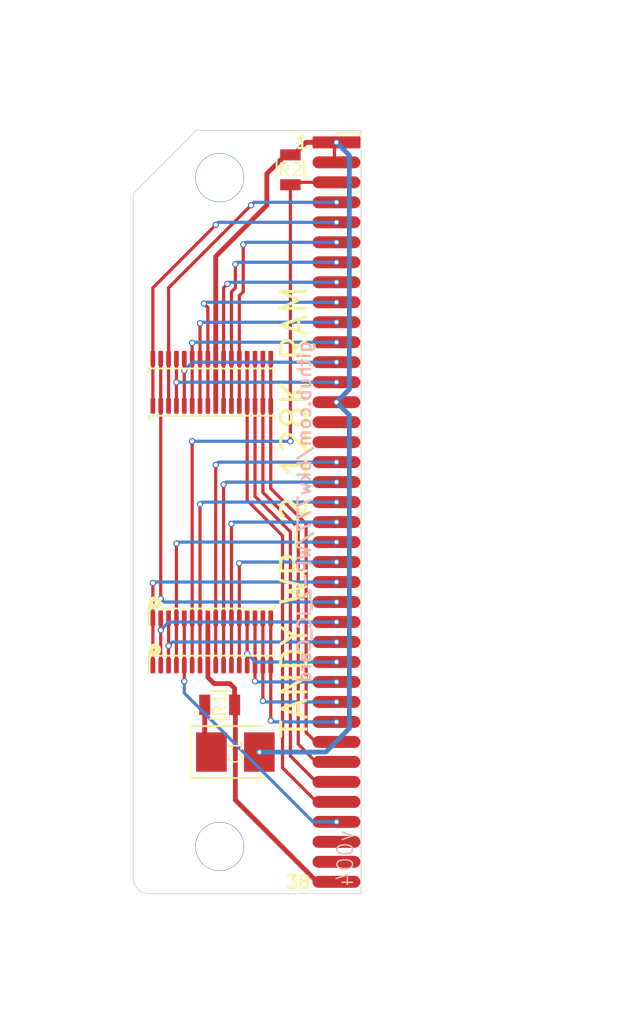
<source format=kicad_pcb>
(kicad_pcb (version 20171130) (host pcbnew 5.1.6-c6e7f7d~87~ubuntu20.04.1)

  (general
    (thickness 0.8)
    (drawings 29)
    (tracks 202)
    (zones 0)
    (modules 8)
    (nets 35)
  )

  (page USLetter)
  (title_block
    (title "WP-2 128K RAM IC-Card")
    (date 2020-09-26)
    (company "Brian K. White - b.kenyon.w@gmail.com")
  )

  (layers
    (0 F.Cu signal)
    (31 B.Cu signal)
    (33 F.Adhes user)
    (35 F.Paste user)
    (36 B.SilkS user)
    (37 F.SilkS user)
    (38 B.Mask user)
    (39 F.Mask user)
    (40 Dwgs.User user)
    (41 Cmts.User user hide)
    (42 Eco1.User user hide)
    (43 Eco2.User user hide)
    (44 Edge.Cuts user)
    (45 Margin user hide)
    (46 B.CrtYd user hide)
    (47 F.CrtYd user hide)
    (49 F.Fab user hide)
  )

  (setup
    (last_trace_width 0.254)
    (user_trace_width 0.1524)
    (user_trace_width 0.1778)
    (user_trace_width 0.2032)
    (user_trace_width 0.3048)
    (user_trace_width 0.508)
    (trace_clearance 0.1524)
    (zone_clearance 0.16)
    (zone_45_only no)
    (trace_min 0.1524)
    (via_size 0.4064)
    (via_drill 0.254)
    (via_min_size 0.4064)
    (via_min_drill 0.254)
    (uvia_size 0.4064)
    (uvia_drill 0.254)
    (uvias_allowed no)
    (uvia_min_size 0.4064)
    (uvia_min_drill 0.254)
    (edge_width 0.05)
    (segment_width 0.2)
    (pcb_text_width 0.3)
    (pcb_text_size 1.5 1.5)
    (mod_edge_width 0.12)
    (mod_text_size 1 1)
    (mod_text_width 0.15)
    (pad_size 0.3 1)
    (pad_drill 0)
    (pad_to_mask_clearance 0)
    (aux_axis_origin 158.75 99.695)
    (grid_origin 158.75 99.695)
    (visible_elements FFFFFF7F)
    (pcbplotparams
      (layerselection 0x010f0_ffffffff)
      (usegerberextensions false)
      (usegerberattributes true)
      (usegerberadvancedattributes true)
      (creategerberjobfile true)
      (excludeedgelayer true)
      (linewidth 0.100000)
      (plotframeref false)
      (viasonmask false)
      (mode 1)
      (useauxorigin false)
      (hpglpennumber 1)
      (hpglpenspeed 20)
      (hpglpendiameter 15.000000)
      (psnegative false)
      (psa4output false)
      (plotreference true)
      (plotvalue true)
      (plotinvisibletext false)
      (padsonsilk false)
      (subtractmaskfromsilk false)
      (outputformat 1)
      (mirror false)
      (drillshape 0)
      (scaleselection 1)
      (outputdirectory "GERBER"))
  )

  (net 0 "")
  (net 1 GND)
  (net 2 /CE2)
  (net 3 /~CE1)
  (net 4 /~OE)
  (net 5 /D0)
  (net 6 /D1)
  (net 7 /D2)
  (net 8 /D3)
  (net 9 /D4)
  (net 10 /D5)
  (net 11 /D6)
  (net 12 /D7)
  (net 13 /A16)
  (net 14 /A15)
  (net 15 /A14)
  (net 16 /A13)
  (net 17 /A12)
  (net 18 /A11)
  (net 19 /A10)
  (net 20 /A9)
  (net 21 /A8)
  (net 22 /A7)
  (net 23 /A6)
  (net 24 /A5)
  (net 25 /A4)
  (net 26 /A3)
  (net 27 /A2)
  (net 28 /A1)
  (net 29 /A0)
  (net 30 /R~W)
  (net 31 VDD)
  (net 32 /~DET)
  (net 33 "Net-(C1-Pad1)")
  (net 34 /A17)

  (net_class Default "This is the default net class."
    (clearance 0.1524)
    (trace_width 0.254)
    (via_dia 0.4064)
    (via_drill 0.254)
    (uvia_dia 0.4064)
    (uvia_drill 0.254)
    (diff_pair_width 0.1524)
    (diff_pair_gap 0.2032)
    (add_net /A0)
    (add_net /A1)
    (add_net /A10)
    (add_net /A11)
    (add_net /A12)
    (add_net /A13)
    (add_net /A14)
    (add_net /A15)
    (add_net /A16)
    (add_net /A17)
    (add_net /A2)
    (add_net /A3)
    (add_net /A4)
    (add_net /A5)
    (add_net /A6)
    (add_net /A7)
    (add_net /A8)
    (add_net /A9)
    (add_net /BCHK)
    (add_net /CE2)
    (add_net /D0)
    (add_net /D1)
    (add_net /D2)
    (add_net /D3)
    (add_net /D4)
    (add_net /D5)
    (add_net /D6)
    (add_net /D7)
    (add_net /R~W)
    (add_net /~CE1)
    (add_net /~DET)
    (add_net /~OE)
    (add_net GND)
    (add_net "Net-(C1-Pad1)")
    (add_net "Net-(J1-Pad15)")
    (add_net "Net-(J1-Pad16)")
    (add_net "Net-(J1-Pad36)")
    (add_net VDD)
  )

  (module 0_LOCAL:WP-2_IC_Card_Carrier_v004 (layer F.Cu) (tedit 5F7AD478) (tstamp 5F76679F)
    (at 158.75 99.695)
    (attr virtual)
    (fp_text reference Carrier (at 0 -2 270) (layer Dwgs.User) hide
      (effects (font (size 4 4) (thickness 0.12)))
    )
    (fp_text value WP-2_IC_Card_Carrier_v004 (at 0 2 270) (layer F.Fab)
      (effects (font (size 4 4) (thickness 0.01)))
    )
    (fp_arc (start -4 22.5) (end -4 23.5) (angle -90) (layer Dwgs.User) (width 0.12))
    (fp_arc (start -5.5 22.5) (end -6.5 22.5) (angle -90) (layer Dwgs.User) (width 0.12))
    (fp_arc (start -12.75 17.75) (end -13.75 17.75) (angle -90) (layer Dwgs.User) (width 0.12))
    (fp_arc (start -4 -22.5) (end -3 -22.5) (angle -90) (layer Dwgs.User) (width 0.12))
    (fp_arc (start -5.5 -22.5) (end -5.5 -23.5) (angle -90) (layer Dwgs.User) (width 0.12))
    (fp_arc (start -12.75 -17.75) (end -12.75 -18.75) (angle -90) (layer Dwgs.User) (width 0.12))
    (fp_arc (start -9 -21.25) (end -9 -18.75) (angle -90) (layer Dwgs.User) (width 0.12))
    (fp_arc (start -9 21.25) (end -6.5 21.25) (angle -90) (layer Dwgs.User) (width 0.12))
    (fp_line (start -3 22.5) (end -3 -22.5) (layer Dwgs.User) (width 0.12))
    (fp_line (start -13.75 -17.75) (end -13.75 17.75) (layer Dwgs.User) (width 0.12))
    (fp_line (start -5.5 23.5) (end -4 23.5) (layer Dwgs.User) (width 0.12))
    (fp_line (start 0 24.25) (end 0 -24.25) (layer Dwgs.User) (width 0.12))
    (fp_line (start -4 -23.5) (end -5.5 -23.5) (layer Dwgs.User) (width 0.12))
    (fp_line (start -12.75 -18.75) (end -9 -18.75) (layer Dwgs.User) (width 0.12))
    (fp_line (start -6.5 -22.5) (end -6.5 -21.25) (layer Dwgs.User) (width 0.12))
    (fp_line (start -6.5 22.5) (end -6.5 21.25) (layer Dwgs.User) (width 0.12))
    (fp_line (start -9 18.75) (end -12.75 18.75) (layer Dwgs.User) (width 0.12))
    (fp_line (start 0 24.25) (end -14.5 24.25) (layer Dwgs.User) (width 0.12))
    (fp_line (start -14.5 24.25) (end -14.5 -20.25) (layer Dwgs.User) (width 0.12))
    (fp_line (start -10.5 -24.25) (end 0 -24.25) (layer Dwgs.User) (width 0.12))
    (fp_line (start -14.5 -20.25) (end -10.5 -24.25) (layer Dwgs.User) (width 0.12))
    (pad "" np_thru_hole circle (at -9 21.25 180) (size 3.1 3.1) (drill 3.05) (layers *.Cu *.Mask))
    (pad "" np_thru_hole circle (at -9 -21.25 180) (size 3.1 3.1) (drill 3.05) (layers *.Cu *.Mask))
    (model /home/bkw/src/WP-2_IC_Card/Carrier/WP-2_IC_Card_Carrier_v004.step
      (offset (xyz 0 0 1.8))
      (scale (xyz 1 1 1))
      (rotate (xyz 0 180 -90))
    )
  )

  (module 0_LOCAL:SMS-138-01-x-x_edge (layer F.Cu) (tedit 5F7AC44E) (tstamp 5F74043C)
    (at 158.75 99.695)
    (descr "Through hole straight socket strip, 1x38, 1.27mm pitch, single row")
    (tags "Through hole socket strip THT 1x38 1.27mm single row")
    (path /5F6EF0A3)
    (attr smd)
    (fp_text reference J1 (at -2.286 -24.892) (layer F.SilkS) hide
      (effects (font (size 1 1) (thickness 0.15)))
    )
    (fp_text value Conn_01x38_Female (at -4.491 -0.381 -90) (layer F.Fab)
      (effects (font (size 1 1) (thickness 0.15)))
    )
    (fp_text user %R (at -2.286 -24.892) (layer F.Fab)
      (effects (font (size 1 1) (thickness 0.15)))
    )
    (fp_line (start -0.127 -24.0665) (end -1.524 -24.0665) (layer F.SilkS) (width 0.12))
    (fp_line (start -0.127 -24.0665) (end -0.127 -23.9395) (layer F.SilkS) (width 0.12))
    (pad 1 smd roundrect (at -1.57 -23.495) (size 3.048 0.762) (layers F.Cu F.Paste F.Mask) (roundrect_rratio 0.1)
      (net 1 GND))
    (pad 2 smd oval (at -1.57 -22.225) (size 3.048 0.762) (layers F.Cu F.Paste F.Mask)
      (net 32 /~DET))
    (pad 3 smd oval (at -1.57 -20.955) (size 3.048 0.762) (layers F.Cu F.Paste F.Mask)
      (net 2 /CE2))
    (pad 4 smd oval (at -1.57 -19.685) (size 3.048 0.762) (layers F.Cu F.Paste F.Mask)
      (net 3 /~CE1))
    (pad 5 smd oval (at -1.57 -18.415) (size 3.048 0.762) (layers F.Cu F.Paste F.Mask)
      (net 4 /~OE))
    (pad 6 smd oval (at -1.57 -17.145) (size 3.048 0.762) (layers F.Cu F.Paste F.Mask)
      (net 5 /D0))
    (pad 7 smd oval (at -1.57 -15.875) (size 3.048 0.762) (layers F.Cu F.Paste F.Mask)
      (net 6 /D1))
    (pad 8 smd oval (at -1.57 -14.605) (size 3.048 0.762) (layers F.Cu F.Paste F.Mask)
      (net 7 /D2))
    (pad 9 smd oval (at -1.57 -13.335) (size 3.048 0.762) (layers F.Cu F.Paste F.Mask)
      (net 8 /D3))
    (pad 10 smd oval (at -1.57 -12.065) (size 3.048 0.762) (layers F.Cu F.Paste F.Mask)
      (net 9 /D4))
    (pad 11 smd oval (at -1.57 -10.795) (size 3.048 0.762) (layers F.Cu F.Paste F.Mask)
      (net 10 /D5))
    (pad 12 smd oval (at -1.57 -9.525) (size 3.048 0.762) (layers F.Cu F.Paste F.Mask)
      (net 11 /D6))
    (pad 13 smd oval (at -1.57 -8.255) (size 3.048 0.762) (layers F.Cu F.Paste F.Mask)
      (net 12 /D7))
    (pad 14 smd oval (at -1.57 -6.985) (size 3.048 0.762) (layers F.Cu F.Paste F.Mask)
      (net 1 GND))
    (pad 15 smd oval (at -1.57 -5.715) (size 3.048 0.762) (layers F.Cu F.Paste F.Mask))
    (pad 16 smd oval (at -1.57 -4.445) (size 3.048 0.762) (layers F.Cu F.Paste F.Mask))
    (pad 17 smd oval (at -1.57 -3.175) (size 3.048 0.762) (layers F.Cu F.Paste F.Mask)
      (net 34 /A17))
    (pad 18 smd oval (at -1.57 -1.905) (size 3.048 0.762) (layers F.Cu F.Paste F.Mask)
      (net 13 /A16))
    (pad 19 smd oval (at -1.57 -0.635) (size 3.048 0.762) (layers F.Cu F.Paste F.Mask)
      (net 14 /A15))
    (pad 20 smd oval (at -1.57 0.635) (size 3.048 0.762) (layers F.Cu F.Paste F.Mask)
      (net 15 /A14))
    (pad 21 smd oval (at -1.57 1.905) (size 3.048 0.762) (layers F.Cu F.Paste F.Mask)
      (net 16 /A13))
    (pad 22 smd oval (at -1.57 3.175) (size 3.048 0.762) (layers F.Cu F.Paste F.Mask)
      (net 17 /A12))
    (pad 23 smd oval (at -1.57 4.445) (size 3.048 0.762) (layers F.Cu F.Paste F.Mask)
      (net 18 /A11))
    (pad 24 smd oval (at -1.57 5.715) (size 3.048 0.762) (layers F.Cu F.Paste F.Mask)
      (net 19 /A10))
    (pad 25 smd oval (at -1.57 6.985) (size 3.048 0.762) (layers F.Cu F.Paste F.Mask)
      (net 20 /A9))
    (pad 26 smd oval (at -1.57 8.255) (size 3.048 0.762) (layers F.Cu F.Paste F.Mask)
      (net 21 /A8))
    (pad 27 smd oval (at -1.57 9.525) (size 3.048 0.762) (layers F.Cu F.Paste F.Mask)
      (net 22 /A7))
    (pad 28 smd oval (at -1.57 10.795) (size 3.048 0.762) (layers F.Cu F.Paste F.Mask)
      (net 23 /A6))
    (pad 29 smd oval (at -1.57 12.065) (size 3.048 0.762) (layers F.Cu F.Paste F.Mask)
      (net 24 /A5))
    (pad 30 smd oval (at -1.57 13.335) (size 3.048 0.762) (layers F.Cu F.Paste F.Mask)
      (net 25 /A4))
    (pad 31 smd oval (at -1.57 14.605) (size 3.048 0.762) (layers F.Cu F.Paste F.Mask)
      (net 26 /A3))
    (pad 32 smd oval (at -1.57 15.875) (size 3.048 0.762) (layers F.Cu F.Paste F.Mask)
      (net 27 /A2))
    (pad 33 smd oval (at -1.57 17.145) (size 3.048 0.762) (layers F.Cu F.Paste F.Mask)
      (net 28 /A1))
    (pad 34 smd oval (at -1.57 18.415) (size 3.048 0.762) (layers F.Cu F.Paste F.Mask)
      (net 29 /A0))
    (pad 35 smd oval (at -1.57 19.685) (size 3.048 0.762) (layers F.Cu F.Paste F.Mask)
      (net 30 /R~W))
    (pad 36 smd oval (at -1.57 20.955) (size 3.048 0.762) (layers F.Cu F.Paste F.Mask))
    (pad 37 smd oval (at -1.57 22.225) (size 3.048 0.762) (layers F.Cu F.Paste F.Mask))
    (pad 38 smd oval (at -1.57 23.495) (size 3.048 0.762) (layers F.Cu F.Paste F.Mask)
      (net 31 VDD))
    (model ${KIPRJMOD}/3d/SMS-138-01-x-x.step
      (offset (xyz 0 0 0.204))
      (scale (xyz 1 1 1))
      (rotate (xyz 0 0 90))
    )
  )

  (module 0_LOCAL:CP_Tantalum_Case-B_EIA-3528-21_Reflow (layer F.Cu) (tedit 5F7A92B3) (tstamp 5F75A301)
    (at 150.75 114.945)
    (descr "Tantalum capacitor, Case B, EIA 3528-21, 3.5x2.8x1.9mm, Reflow soldering footprint")
    (tags "capacitor tantalum smd")
    (path /5F7F0020)
    (attr smd)
    (fp_text reference C1 (at 0 0 90 unlocked) (layer F.SilkS)
      (effects (font (size 0.8 0.8) (thickness 0.1)))
    )
    (fp_text value 220uf (at 0 3.15) (layer F.Fab)
      (effects (font (size 1 1) (thickness 0.15)))
    )
    (fp_text user %R (at 0 0) (layer F.Fab)
      (effects (font (size 0.8 0.8) (thickness 0.12)))
    )
    (fp_line (start -2.85 -1.75) (end -2.85 1.75) (layer F.CrtYd) (width 0.05))
    (fp_line (start -2.85 1.75) (end 2.85 1.75) (layer F.CrtYd) (width 0.05))
    (fp_line (start 2.85 1.75) (end 2.85 -1.75) (layer F.CrtYd) (width 0.05))
    (fp_line (start 2.85 -1.75) (end -2.85 -1.75) (layer F.CrtYd) (width 0.05))
    (fp_line (start -1.75 -1.4) (end -1.75 1.4) (layer F.Fab) (width 0.1))
    (fp_line (start -1.75 1.4) (end 1.75 1.4) (layer F.Fab) (width 0.1))
    (fp_line (start 1.75 1.4) (end 1.75 -1.4) (layer F.Fab) (width 0.1))
    (fp_line (start 1.75 -1.4) (end -1.75 -1.4) (layer F.Fab) (width 0.1))
    (fp_line (start -1.4 -1.4) (end -1.4 1.4) (layer F.Fab) (width 0.1))
    (fp_line (start -1.225 -1.4) (end -1.225 1.4) (layer F.Fab) (width 0.1))
    (fp_line (start -2.8 -1.65) (end 1.75 -1.65) (layer F.SilkS) (width 0.12))
    (fp_line (start -2.8 1.65) (end 1.75 1.65) (layer F.SilkS) (width 0.12))
    (fp_line (start -2.8 -1.65) (end -2.8 1.65) (layer F.SilkS) (width 0.12))
    (pad 1 smd rect (at -1.525 0) (size 1.95 2.5) (layers F.Cu F.Paste F.Mask)
      (net 33 "Net-(C1-Pad1)"))
    (pad 2 smd rect (at 1.525 0) (size 1.95 2.5) (layers F.Cu F.Paste F.Mask)
      (net 1 GND))
    (model ${KIPRJMOD}/3d/TLNT_AVX.step
      (at (xyz 0 0 0))
      (scale (xyz 1 1 1))
      (rotate (xyz 0 0 0))
    )
  )

  (module 0_LOCAL:R_0805 (layer F.Cu) (tedit 5F75A133) (tstamp 5F752AD5)
    (at 154.25 77.945 270)
    (descr "Resistor SMD 0805, reflow soldering, Vishay (see dcrcw.pdf)")
    (tags "resistor 0805")
    (path /5F9FA366)
    (attr smd)
    (fp_text reference R2 (at 0 0) (layer F.SilkS)
      (effects (font (size 0.8 0.8) (thickness 0.1)))
    )
    (fp_text value 47K (at 0 1.75 90) (layer F.Fab)
      (effects (font (size 1 1) (thickness 0.15)))
    )
    (fp_text user %R (at 0 0 90) (layer F.Fab)
      (effects (font (size 0.5 0.5) (thickness 0.075)))
    )
    (fp_line (start 1.55 0.9) (end -1.55 0.9) (layer F.CrtYd) (width 0.05))
    (fp_line (start 1.55 0.9) (end 1.55 -0.9) (layer F.CrtYd) (width 0.05))
    (fp_line (start -1.55 -0.9) (end -1.55 0.9) (layer F.CrtYd) (width 0.05))
    (fp_line (start -1.55 -0.9) (end 1.55 -0.9) (layer F.CrtYd) (width 0.05))
    (fp_line (start -0.6 -0.88) (end 0.6 -0.88) (layer F.SilkS) (width 0.12))
    (fp_line (start 0.6 0.88) (end -0.6 0.88) (layer F.SilkS) (width 0.12))
    (fp_line (start -1 -0.62) (end 1 -0.62) (layer F.Fab) (width 0.1))
    (fp_line (start 1 -0.62) (end 1 0.62) (layer F.Fab) (width 0.1))
    (fp_line (start 1 0.62) (end -1 0.62) (layer F.Fab) (width 0.1))
    (fp_line (start -1 0.62) (end -1 -0.62) (layer F.Fab) (width 0.1))
    (pad 1 smd rect (at -0.95 0 270) (size 0.7 1.3) (layers F.Cu F.Paste F.Mask)
      (net 1 GND))
    (pad 2 smd rect (at 0.95 0 270) (size 0.7 1.3) (layers F.Cu F.Paste F.Mask)
      (net 2 /CE2))
    (model ${KIPRJMOD}/3d/R_0805_2012Metric.step
      (at (xyz 0 0 0))
      (scale (xyz 1 1 1))
      (rotate (xyz 0 0 0))
    )
  )

  (module 0_LOCAL:R_0805 (layer F.Cu) (tedit 5F75A133) (tstamp 5F752ACC)
    (at 149.75 111.945 180)
    (descr "Resistor SMD 0805, reflow soldering, Vishay (see dcrcw.pdf)")
    (tags "resistor 0805")
    (path /5F805237)
    (attr smd)
    (fp_text reference R1 (at 0 0 90) (layer F.SilkS)
      (effects (font (size 0.8 0.8) (thickness 0.1)))
    )
    (fp_text value 4.7K (at 0 1.75) (layer F.Fab)
      (effects (font (size 1 1) (thickness 0.15)))
    )
    (fp_text user %R (at 0 0) (layer F.Fab)
      (effects (font (size 0.5 0.5) (thickness 0.075)))
    )
    (fp_line (start 1.55 0.9) (end -1.55 0.9) (layer F.CrtYd) (width 0.05))
    (fp_line (start 1.55 0.9) (end 1.55 -0.9) (layer F.CrtYd) (width 0.05))
    (fp_line (start -1.55 -0.9) (end -1.55 0.9) (layer F.CrtYd) (width 0.05))
    (fp_line (start -1.55 -0.9) (end 1.55 -0.9) (layer F.CrtYd) (width 0.05))
    (fp_line (start -0.6 -0.88) (end 0.6 -0.88) (layer F.SilkS) (width 0.12))
    (fp_line (start 0.6 0.88) (end -0.6 0.88) (layer F.SilkS) (width 0.12))
    (fp_line (start -1 -0.62) (end 1 -0.62) (layer F.Fab) (width 0.1))
    (fp_line (start 1 -0.62) (end 1 0.62) (layer F.Fab) (width 0.1))
    (fp_line (start 1 0.62) (end -1 0.62) (layer F.Fab) (width 0.1))
    (fp_line (start -1 0.62) (end -1 -0.62) (layer F.Fab) (width 0.1))
    (pad 1 smd rect (at -0.95 0 180) (size 0.7 1.3) (layers F.Cu F.Paste F.Mask)
      (net 31 VDD))
    (pad 2 smd rect (at 0.95 0 180) (size 0.7 1.3) (layers F.Cu F.Paste F.Mask)
      (net 33 "Net-(C1-Pad1)"))
    (model ${KIPRJMOD}/3d/R_0805_2012Metric.step
      (at (xyz 0 0 0))
      (scale (xyz 1 1 1))
      (rotate (xyz 0 0 0))
    )
  )

  (module 0_LOCAL:Net_Tie_2p_8mil (layer F.Cu) (tedit 5F70D483) (tstamp 5F712C2A)
    (at 157.05 76.835 270)
    (path /5F8923B3)
    (fp_text reference NT1 (at 0 1.016 90) (layer F.SilkS) hide
      (effects (font (size 0.508 0.508) (thickness 0.1016)))
    )
    (fp_text value Net-Tie_2 (at 0 -2 90) (layer F.Fab) hide
      (effects (font (size 1 1) (thickness 0.01)))
    )
    (fp_line (start -0.2032 0) (end 0.2032 0) (layer F.Cu) (width 0.2032))
    (pad 2 smd circle (at 0.2032 0 270) (size 0.2032 0.2032) (layers F.Cu)
      (net 32 /~DET))
    (pad 1 smd circle (at -0.2032 0 270) (size 0.2032 0.2032) (layers F.Cu)
      (net 1 GND))
  )

  (module 0_LOCAL:TSOP32-20mm (layer F.Cu) (tedit 5F70AFE8) (tstamp 5F755D97)
    (at 149.25 99.695)
    (descr "Module CMS TSOP 32 pins")
    (tags "CMS TSOP")
    (path /5F718069)
    (attr smd)
    (fp_text reference U1 (at 0.009 8.382 180) (layer F.SilkS) hide
      (effects (font (size 1 1) (thickness 0.15)))
    )
    (fp_text value "SRAM 128Kx8 5v Parallel" (at 0 5) (layer F.Fab)
      (effects (font (size 1 1) (thickness 0.15)))
    )
    (fp_line (start 4 -9.125) (end 4 -8.875) (layer F.SilkS) (width 0.12))
    (fp_line (start -4 -9.125) (end -4 -8.875) (layer F.SilkS) (width 0.12))
    (fp_line (start 4 9.125) (end 4 8.875) (layer F.SilkS) (width 0.12))
    (fp_line (start -4 10.2) (end -4 8.875) (layer F.SilkS) (width 0.12))
    (fp_line (start 4 -9.125) (end -4 -9.125) (layer F.SilkS) (width 0.12))
    (fp_line (start -4 9.125) (end 4 9.125) (layer F.SilkS) (width 0.12))
    (fp_circle (center -3.625 8.75) (end -3.525 8.75) (layer F.SilkS) (width 0.3))
    (fp_text user %R (at 0 0) (layer F.Fab)
      (effects (font (size 1 1) (thickness 0.15)))
    )
    (pad 1 smd roundrect (at -3.75 9.75) (size 0.3 1) (layers F.Cu F.Paste F.Mask) (roundrect_rratio 0.25)
      (net 18 /A11))
    (pad 2 smd roundrect (at -3.25 9.75) (size 0.3 1) (layers F.Cu F.Paste F.Mask) (roundrect_rratio 0.25)
      (net 20 /A9))
    (pad 3 smd roundrect (at -2.75 9.75) (size 0.3 1) (layers F.Cu F.Paste F.Mask) (roundrect_rratio 0.25)
      (net 21 /A8))
    (pad 4 smd roundrect (at -2.25 9.75) (size 0.3 1) (layers F.Cu F.Paste F.Mask) (roundrect_rratio 0.25)
      (net 16 /A13))
    (pad 5 smd roundrect (at -1.75 9.75) (size 0.3 1) (layers F.Cu F.Paste F.Mask) (roundrect_rratio 0.25)
      (net 30 /R~W))
    (pad 6 smd roundrect (at -1.25 9.75) (size 0.3 1) (layers F.Cu F.Paste F.Mask) (roundrect_rratio 0.25)
      (net 2 /CE2))
    (pad 7 smd roundrect (at -0.75 9.75) (size 0.3 1) (layers F.Cu F.Paste F.Mask) (roundrect_rratio 0.25)
      (net 14 /A15))
    (pad 8 smd roundrect (at -0.25 9.75) (size 0.3 1) (layers F.Cu F.Paste F.Mask) (roundrect_rratio 0.25)
      (net 31 VDD))
    (pad 9 smd roundrect (at 0.25 9.75) (size 0.3 1) (layers F.Cu F.Paste F.Mask) (roundrect_rratio 0.25)
      (net 34 /A17))
    (pad 10 smd roundrect (at 0.75 9.75) (size 0.3 1) (layers F.Cu F.Paste F.Mask) (roundrect_rratio 0.25)
      (net 13 /A16))
    (pad 11 smd roundrect (at 1.25 9.75) (size 0.3 1) (layers F.Cu F.Paste F.Mask) (roundrect_rratio 0.25)
      (net 15 /A14))
    (pad 12 smd roundrect (at 1.75 9.75) (size 0.3 1) (layers F.Cu F.Paste F.Mask) (roundrect_rratio 0.25)
      (net 17 /A12))
    (pad 13 smd roundrect (at 2.25 9.75) (size 0.3 1) (layers F.Cu F.Paste F.Mask) (roundrect_rratio 0.25)
      (net 22 /A7))
    (pad 14 smd roundrect (at 2.75 9.75) (size 0.3 1) (layers F.Cu F.Paste F.Mask) (roundrect_rratio 0.25)
      (net 23 /A6))
    (pad 15 smd roundrect (at 3.25 9.75) (size 0.3 1) (layers F.Cu F.Paste F.Mask) (roundrect_rratio 0.25)
      (net 24 /A5))
    (pad 16 smd roundrect (at 3.75 9.75) (size 0.3 1) (layers F.Cu F.Paste F.Mask) (roundrect_rratio 0.25)
      (net 25 /A4))
    (pad 17 smd roundrect (at 3.75 -9.75) (size 0.3 1) (layers F.Cu F.Paste F.Mask) (roundrect_rratio 0.25)
      (net 26 /A3))
    (pad 18 smd roundrect (at 3.25 -9.75) (size 0.3 1) (layers F.Cu F.Paste F.Mask) (roundrect_rratio 0.25)
      (net 27 /A2))
    (pad 19 smd roundrect (at 2.75 -9.75) (size 0.3 1) (layers F.Cu F.Paste F.Mask) (roundrect_rratio 0.25)
      (net 28 /A1))
    (pad 20 smd roundrect (at 2.25 -9.75) (size 0.3 1) (layers F.Cu F.Paste F.Mask) (roundrect_rratio 0.25)
      (net 29 /A0))
    (pad 21 smd roundrect (at 1.75 -9.75) (size 0.3 1) (layers F.Cu F.Paste F.Mask) (roundrect_rratio 0.25)
      (net 5 /D0))
    (pad 22 smd roundrect (at 1.25 -9.75) (size 0.3 1) (layers F.Cu F.Paste F.Mask) (roundrect_rratio 0.25)
      (net 6 /D1))
    (pad 23 smd roundrect (at 0.75 -9.75) (size 0.3 1) (layers F.Cu F.Paste F.Mask) (roundrect_rratio 0.25)
      (net 7 /D2))
    (pad 24 smd roundrect (at 0.25 -9.75) (size 0.3 1) (layers F.Cu F.Paste F.Mask) (roundrect_rratio 0.25)
      (net 1 GND))
    (pad 25 smd roundrect (at -0.25 -9.75) (size 0.3 1) (layers F.Cu F.Paste F.Mask) (roundrect_rratio 0.25)
      (net 8 /D3))
    (pad 26 smd roundrect (at -0.75 -9.75) (size 0.3 1) (layers F.Cu F.Paste F.Mask) (roundrect_rratio 0.25)
      (net 9 /D4))
    (pad 27 smd roundrect (at -1.25 -9.75) (size 0.3 1) (layers F.Cu F.Paste F.Mask) (roundrect_rratio 0.25)
      (net 10 /D5))
    (pad 28 smd roundrect (at -1.75 -9.75) (size 0.3 1) (layers F.Cu F.Paste F.Mask) (roundrect_rratio 0.25)
      (net 11 /D6))
    (pad 29 smd roundrect (at -2.25 -9.75) (size 0.3 1) (layers F.Cu F.Paste F.Mask) (roundrect_rratio 0.25)
      (net 12 /D7))
    (pad 30 smd roundrect (at -2.75 -9.75) (size 0.3 1) (layers F.Cu F.Paste F.Mask) (roundrect_rratio 0.25)
      (net 3 /~CE1))
    (pad 31 smd roundrect (at -3.25 -9.75) (size 0.3 1) (layers F.Cu F.Paste F.Mask) (roundrect_rratio 0.25)
      (net 19 /A10))
    (pad 32 smd roundrect (at -3.75 -9.75) (size 0.3 1) (layers F.Cu F.Paste F.Mask) (roundrect_rratio 0.25)
      (net 4 /~OE))
    (model ${KIPRJMOD}/3d/TSOP32_8X20.step
      (at (xyz 0 0 0))
      (scale (xyz 1 1 1))
      (rotate (xyz 0 0 -90))
    )
  )

  (module 0_LOCAL:TSOP32-14mm (layer F.Cu) (tedit 5F70AFD9) (tstamp 5F712C60)
    (at 149.25 99.695)
    (descr "Module CMS TSOP 32 pins")
    (tags "CMS TSOP")
    (path /5F906116)
    (attr smd)
    (fp_text reference U2 (at 0 5.334 180) (layer F.SilkS) hide
      (effects (font (size 1 1) (thickness 0.15)))
    )
    (fp_text value "SRAM 128Kx8 5v Parallel" (at 1.27 0 90) (layer F.Fab)
      (effects (font (size 1 1) (thickness 0.15)))
    )
    (fp_line (start 4 -6.125) (end 4 -5.875) (layer F.SilkS) (width 0.12))
    (fp_line (start -4 -6.125) (end -4 -5.875) (layer F.SilkS) (width 0.12))
    (fp_line (start 4 6.125) (end 4 5.875) (layer F.SilkS) (width 0.12))
    (fp_line (start -4 7.2) (end -4 5.875) (layer F.SilkS) (width 0.12))
    (fp_line (start 4 -6.125) (end -4 -6.125) (layer F.SilkS) (width 0.12))
    (fp_line (start -4 6.125) (end 4 6.125) (layer F.SilkS) (width 0.12))
    (fp_circle (center -3.625 5.75) (end -3.525 5.75) (layer F.SilkS) (width 0.3))
    (pad 1 smd roundrect (at -3.75 6.75) (size 0.3 1) (layers F.Cu F.Paste F.Mask) (roundrect_rratio 0.25)
      (net 18 /A11))
    (pad 2 smd roundrect (at -3.25 6.75) (size 0.3 1) (layers F.Cu F.Paste F.Mask) (roundrect_rratio 0.25)
      (net 20 /A9))
    (pad 3 smd roundrect (at -2.75 6.75) (size 0.3 1) (layers F.Cu F.Paste F.Mask) (roundrect_rratio 0.25)
      (net 21 /A8))
    (pad 4 smd roundrect (at -2.25 6.75) (size 0.3 1) (layers F.Cu F.Paste F.Mask) (roundrect_rratio 0.25)
      (net 16 /A13))
    (pad 5 smd roundrect (at -1.75 6.75) (size 0.3 1) (layers F.Cu F.Paste F.Mask) (roundrect_rratio 0.25)
      (net 30 /R~W))
    (pad 6 smd roundrect (at -1.25 6.75) (size 0.3 1) (layers F.Cu F.Paste F.Mask) (roundrect_rratio 0.25)
      (net 2 /CE2))
    (pad 7 smd roundrect (at -0.75 6.75) (size 0.3 1) (layers F.Cu F.Paste F.Mask) (roundrect_rratio 0.25)
      (net 14 /A15))
    (pad 8 smd roundrect (at -0.25 6.75) (size 0.3 1) (layers F.Cu F.Paste F.Mask) (roundrect_rratio 0.25)
      (net 31 VDD))
    (pad 9 smd roundrect (at 0.25 6.75) (size 0.3 1) (layers F.Cu F.Paste F.Mask) (roundrect_rratio 0.25)
      (net 34 /A17))
    (pad 10 smd roundrect (at 0.75 6.75) (size 0.3 1) (layers F.Cu F.Paste F.Mask) (roundrect_rratio 0.25)
      (net 13 /A16))
    (pad 11 smd roundrect (at 1.25 6.75) (size 0.3 1) (layers F.Cu F.Paste F.Mask) (roundrect_rratio 0.25)
      (net 15 /A14))
    (pad 12 smd roundrect (at 1.75 6.75) (size 0.3 1) (layers F.Cu F.Paste F.Mask) (roundrect_rratio 0.25)
      (net 17 /A12))
    (pad 13 smd roundrect (at 2.25 6.75) (size 0.3 1) (layers F.Cu F.Paste F.Mask) (roundrect_rratio 0.25)
      (net 22 /A7))
    (pad 14 smd roundrect (at 2.75 6.75) (size 0.3 1) (layers F.Cu F.Paste F.Mask) (roundrect_rratio 0.25)
      (net 23 /A6))
    (pad 15 smd roundrect (at 3.25 6.75) (size 0.3 1) (layers F.Cu F.Paste F.Mask) (roundrect_rratio 0.25)
      (net 24 /A5))
    (pad 16 smd roundrect (at 3.75 6.75) (size 0.3 1) (layers F.Cu F.Paste F.Mask) (roundrect_rratio 0.25)
      (net 25 /A4))
    (pad 17 smd roundrect (at 3.75 -6.75) (size 0.3 1) (layers F.Cu F.Paste F.Mask) (roundrect_rratio 0.25)
      (net 26 /A3))
    (pad 18 smd roundrect (at 3.25 -6.75) (size 0.3 1) (layers F.Cu F.Paste F.Mask) (roundrect_rratio 0.25)
      (net 27 /A2))
    (pad 19 smd roundrect (at 2.75 -6.75) (size 0.3 1) (layers F.Cu F.Paste F.Mask) (roundrect_rratio 0.25)
      (net 28 /A1))
    (pad 20 smd roundrect (at 2.25 -6.75) (size 0.3 1) (layers F.Cu F.Paste F.Mask) (roundrect_rratio 0.25)
      (net 29 /A0))
    (pad 21 smd roundrect (at 1.75 -6.75) (size 0.3 1) (layers F.Cu F.Paste F.Mask) (roundrect_rratio 0.25)
      (net 5 /D0))
    (pad 22 smd roundrect (at 1.25 -6.75) (size 0.3 1) (layers F.Cu F.Paste F.Mask) (roundrect_rratio 0.25)
      (net 6 /D1))
    (pad 23 smd roundrect (at 0.75 -6.75) (size 0.3 1) (layers F.Cu F.Paste F.Mask) (roundrect_rratio 0.25)
      (net 7 /D2))
    (pad 24 smd roundrect (at 0.25 -6.75) (size 0.3 1) (layers F.Cu F.Paste F.Mask) (roundrect_rratio 0.25)
      (net 1 GND))
    (pad 25 smd roundrect (at -0.25 -6.75) (size 0.3 1) (layers F.Cu F.Paste F.Mask) (roundrect_rratio 0.25)
      (net 8 /D3))
    (pad 26 smd roundrect (at -0.75 -6.75) (size 0.3 1) (layers F.Cu F.Paste F.Mask) (roundrect_rratio 0.25)
      (net 9 /D4))
    (pad 27 smd roundrect (at -1.25 -6.75) (size 0.3 1) (layers F.Cu F.Paste F.Mask) (roundrect_rratio 0.25)
      (net 10 /D5))
    (pad 28 smd roundrect (at -1.75 -6.75) (size 0.3 1) (layers F.Cu F.Paste F.Mask) (roundrect_rratio 0.25)
      (net 11 /D6))
    (pad 29 smd roundrect (at -2.25 -6.75) (size 0.3 1) (layers F.Cu F.Paste F.Mask) (roundrect_rratio 0.25)
      (net 12 /D7))
    (pad 30 smd roundrect (at -2.75 -6.75) (size 0.3 1) (layers F.Cu F.Paste F.Mask) (roundrect_rratio 0.25)
      (net 3 /~CE1))
    (pad 31 smd roundrect (at -3.25 -6.75) (size 0.3 1) (layers F.Cu F.Paste F.Mask) (roundrect_rratio 0.25)
      (net 19 /A10))
    (pad 32 smd roundrect (at -3.75 -6.75) (size 0.3 1) (layers F.Cu F.Paste F.Mask) (roundrect_rratio 0.25)
      (net 4 /~OE))
    (model ${KIPRJMOD}/3d/TSOP32_8x14.step_x
      (at (xyz 0 0 0))
      (scale (xyz 1 1 1))
      (rotate (xyz 0 0 -90))
    )
  )

  (gr_arc (start 145.25 122.945) (end 144.25 122.945) (angle -90) (layer Edge.Cuts) (width 0.05))
  (gr_line (start 144.25 79.445) (end 148.25 75.445) (layer Edge.Cuts) (width 0.05))
  (gr_line (start 158.75 123.945) (end 158.75 75.445) (layer Edge.Cuts) (width 0.05) (tstamp 5F759583))
  (gr_line (start 145.25 123.945) (end 158.75 123.945) (layer Edge.Cuts) (width 0.05))
  (gr_line (start 144.25 79.445) (end 144.25 122.945) (layer Edge.Cuts) (width 0.05))
  (gr_line (start 158.75 75.445) (end 148.25 75.445) (layer Edge.Cuts) (width 0.05))
  (gr_text WP-2 (at 137.5 99.695 90) (layer Dwgs.User) (tstamp 5F76323E)
    (effects (font (size 1 1) (thickness 0.15)))
  )
  (gr_text WP-2 (at 137.5 129.945 90) (layer Dwgs.User) (tstamp 5F763237)
    (effects (font (size 1 1) (thickness 0.15)))
  )
  (gr_text v004 (at 157.75 121.695 -270) (layer B.SilkS)
    (effects (font (size 1 1) (thickness 0.1)) (justify mirror))
  )
  (gr_line (start 158.05 125.395) (end 167.25 125.395) (layer Dwgs.User) (width 0.05))
  (gr_line (start 158.05 126.795) (end 158.05 125.395) (layer Dwgs.User) (width 0.05))
  (gr_line (start 158.05 126.795) (end 135.8 126.795) (layer Dwgs.User) (width 0.05))
  (gr_line (start 167.25 72.595) (end 167.25 125.395) (layer Dwgs.User) (width 0.05))
  (gr_line (start 135.8 72.595) (end 167.25 72.595) (layer Dwgs.User) (width 0.05))
  (gr_line (start 158.75 75.445) (end 158.75 123.945) (layer Dwgs.User) (width 0.15) (tstamp 5F73AAD6))
  (gr_line (start 167.25 75.445) (end 158.75 75.445) (layer Dwgs.User) (width 0.15))
  (gr_line (start 168.5732 76.2) (end 168.8272 75.946) (layer Dwgs.User) (width 0.15) (tstamp 5F7131A0))
  (gr_line (start 168.5732 76.2) (end 168.8272 76.454) (layer Dwgs.User) (width 0.15) (tstamp 5F71319F))
  (gr_line (start 168.5732 76.2) (end 170.5036 76.2) (layer Dwgs.User) (width 0.15) (tstamp 5F7A7DF4))
  (gr_line (start 167.25 123.945) (end 167.25 75.445) (layer Dwgs.User) (width 0.15))
  (gr_line (start 158.75 123.945) (end 167.25 123.945) (layer Dwgs.User) (width 0.15) (tstamp 5F74BD0E))
  (gr_text "Pins 6.0mm" (at 173.3992 76.2) (layer Dwgs.User) (tstamp 5F7A7DF1)
    (effects (font (size 0.6 0.6) (thickness 0.06)))
  )
  (gr_line (start 167.2 76.195) (end 161.5 76.195) (layer Dwgs.User) (width 0.4) (tstamp 5F7A7DFD))
  (gr_text WP-2 (at 137.5 69.445 90) (layer Dwgs.User)
    (effects (font (size 1 1) (thickness 0.15)))
  )
  (gr_line (start 135.8 67.195) (end 135.8 132.195) (layer Dwgs.User) (width 0.05))
  (gr_text 38 (at 154.75 123.2154) (layer F.SilkS) (tstamp 5F712A00)
    (effects (font (size 0.8128 0.8128) (thickness 0.1524)))
  )
  (gr_text 1 (at 155 76.195) (layer F.SilkS) (tstamp 5F7129FD)
    (effects (font (size 0.8128 0.8128) (thickness 0.1524)))
  )
  (gr_text github.com/bkw777/WP-2_IC_Card (at 155.145 99.695 -270) (layer B.SilkS) (tstamp 5F7129FA)
    (effects (font (size 0.8128 0.8128) (thickness 0.1524)) (justify mirror))
  )
  (gr_text "TANDY WP-2 128K RAM" (at 154.5 99.695 -270) (layer F.SilkS) (tstamp 5F7129F7)
    (effects (font (size 1.6 1.6) (thickness 0.2)))
  )

  (segment (start 157.05 76.33) (end 157.18 76.2) (width 0.2032) (layer F.Cu) (net 1))
  (segment (start 157.05 76.6318) (end 157.05 76.33) (width 0.2032) (layer F.Cu) (net 1))
  (via (at 157.18 92.71) (size 0.4064) (drill 0.254) (layers F.Cu B.Cu) (net 1))
  (segment (start 154.45 76.995) (end 154.25 76.995) (width 0.3048) (layer F.Cu) (net 1))
  (via (at 157.18 76.2) (size 0.4064) (drill 0.254) (layers F.Cu B.Cu) (net 1))
  (segment (start 154.25 76.995) (end 153.95 76.995) (width 0.3048) (layer F.Cu) (net 1))
  (via (at 152.275 114.945) (size 0.4064) (drill 0.254) (layers F.Cu B.Cu) (net 1))
  (segment (start 157.18 76.2) (end 158 77.02) (width 0.3048) (layer B.Cu) (net 1))
  (segment (start 158 77.02) (end 158 91.89) (width 0.3048) (layer B.Cu) (net 1))
  (segment (start 158 91.89) (end 157.18 92.71) (width 0.3048) (layer B.Cu) (net 1))
  (segment (start 158 93.53) (end 157.18 92.71) (width 0.3048) (layer B.Cu) (net 1))
  (segment (start 158 113.445) (end 158 93.53) (width 0.3048) (layer B.Cu) (net 1))
  (segment (start 156.5 114.945) (end 158 113.445) (width 0.3048) (layer B.Cu) (net 1))
  (segment (start 152.275 114.945) (end 156.5 114.945) (width 0.3048) (layer B.Cu) (net 1))
  (segment (start 149.5 83.445) (end 149.5 92.945) (width 0.3048) (layer F.Cu) (net 1))
  (segment (start 152.75 80.195) (end 149.5 83.445) (width 0.3048) (layer F.Cu) (net 1))
  (segment (start 152.75 78.195) (end 152.75 80.195) (width 0.3048) (layer F.Cu) (net 1))
  (segment (start 153.95 76.995) (end 152.75 78.195) (width 0.3048) (layer F.Cu) (net 1))
  (segment (start 157.18 76.2) (end 155.245 76.2) (width 0.3048) (layer F.Cu) (net 1))
  (segment (start 155.245 76.2) (end 154.45 76.995) (width 0.3048) (layer F.Cu) (net 1))
  (segment (start 154.405 78.74) (end 157.18 78.74) (width 0.2032) (layer F.Cu) (net 2))
  (segment (start 154.25 78.895) (end 154.405 78.74) (width 0.2032) (layer F.Cu) (net 2))
  (segment (start 154.25 95.195) (end 154.25 78.895) (width 0.2032) (layer F.Cu) (net 2))
  (via (at 154.25 95.195) (size 0.4064) (drill 0.254) (layers F.Cu B.Cu) (net 2))
  (segment (start 148 95.195) (end 154.25 95.195) (width 0.2032) (layer B.Cu) (net 2))
  (via (at 148 95.195) (size 0.4064) (drill 0.254) (layers F.Cu B.Cu) (net 2))
  (segment (start 148 95.195) (end 148 109.445) (width 0.2032) (layer F.Cu) (net 2))
  (via (at 157.18 80.01) (size 0.4064) (drill 0.254) (layers F.Cu B.Cu) (net 3))
  (segment (start 151.935 80.01) (end 157.18 80.01) (width 0.2032) (layer B.Cu) (net 3))
  (segment (start 151.75 80.195) (end 151.935 80.01) (width 0.2032) (layer B.Cu) (net 3))
  (via (at 151.75 80.195) (size 0.4064) (drill 0.254) (layers F.Cu B.Cu) (net 3))
  (segment (start 146.5 85.445) (end 146.5 92.945) (width 0.2032) (layer F.Cu) (net 3))
  (segment (start 151.75 80.195) (end 146.5 85.445) (width 0.2032) (layer F.Cu) (net 3))
  (via (at 157.18 81.28) (size 0.4064) (drill 0.254) (layers F.Cu B.Cu) (net 4))
  (segment (start 149.665 81.28) (end 157.18 81.28) (width 0.2032) (layer B.Cu) (net 4))
  (segment (start 149.5 81.445) (end 149.665 81.28) (width 0.2032) (layer B.Cu) (net 4))
  (via (at 149.5 81.445) (size 0.4064) (drill 0.254) (layers F.Cu B.Cu) (net 4))
  (segment (start 145.5 85.445) (end 145.5 92.945) (width 0.2032) (layer F.Cu) (net 4))
  (segment (start 149.5 81.445) (end 145.5 85.445) (width 0.2032) (layer F.Cu) (net 4))
  (via (at 157.18 82.55) (size 0.4064) (drill 0.254) (layers F.Cu B.Cu) (net 5))
  (segment (start 151.395 82.55) (end 157.18 82.55) (width 0.2032) (layer B.Cu) (net 5))
  (segment (start 151.25 82.695) (end 151.395 82.55) (width 0.2032) (layer B.Cu) (net 5))
  (via (at 151.25 82.695) (size 0.4064) (drill 0.254) (layers F.Cu B.Cu) (net 5))
  (segment (start 151 87.82) (end 151 92.945) (width 0.2032) (layer F.Cu) (net 5))
  (segment (start 151 85.945) (end 151 87.82) (width 0.2032) (layer F.Cu) (net 5))
  (segment (start 151.25 85.695) (end 151 85.945) (width 0.2032) (layer F.Cu) (net 5))
  (segment (start 151.25 82.695) (end 151.25 85.695) (width 0.2032) (layer F.Cu) (net 5))
  (via (at 157.18 83.82) (size 0.4064) (drill 0.254) (layers F.Cu B.Cu) (net 6))
  (segment (start 150.75 83.945) (end 150.875 83.82) (width 0.2032) (layer B.Cu) (net 6))
  (segment (start 150.875 83.82) (end 157.18 83.82) (width 0.2032) (layer B.Cu) (net 6))
  (via (at 150.75 83.945) (size 0.4064) (drill 0.254) (layers F.Cu B.Cu) (net 6))
  (segment (start 150.5 85.695) (end 150.5 92.945) (width 0.2032) (layer F.Cu) (net 6))
  (segment (start 150.75 85.445) (end 150.5 85.695) (width 0.2032) (layer F.Cu) (net 6))
  (segment (start 150.75 83.945) (end 150.75 85.445) (width 0.2032) (layer F.Cu) (net 6))
  (via (at 157.18 85.09) (size 0.4064) (drill 0.254) (layers F.Cu B.Cu) (net 7))
  (segment (start 150 85.445) (end 150 92.945) (width 0.2032) (layer F.Cu) (net 7))
  (segment (start 150.25 85.195) (end 150 85.445) (width 0.2032) (layer F.Cu) (net 7))
  (segment (start 150.355 85.09) (end 157.18 85.09) (width 0.2032) (layer B.Cu) (net 7))
  (segment (start 150.25 85.195) (end 150.355 85.09) (width 0.2032) (layer B.Cu) (net 7))
  (via (at 150.25 85.195) (size 0.4064) (drill 0.254) (layers F.Cu B.Cu) (net 7))
  (via (at 157.18 86.36) (size 0.4064) (drill 0.254) (layers F.Cu B.Cu) (net 8))
  (segment (start 148.75 86.445) (end 149 86.695) (width 0.2032) (layer F.Cu) (net 8))
  (segment (start 148.835 86.36) (end 157.18 86.36) (width 0.2032) (layer B.Cu) (net 8))
  (segment (start 148.75 86.445) (end 148.835 86.36) (width 0.2032) (layer B.Cu) (net 8))
  (segment (start 149 86.695) (end 149 92.945) (width 0.2032) (layer F.Cu) (net 8))
  (via (at 148.75 86.445) (size 0.4064) (drill 0.254) (layers F.Cu B.Cu) (net 8))
  (via (at 157.18 87.63) (size 0.4064) (drill 0.254) (layers F.Cu B.Cu) (net 9))
  (segment (start 148.565 87.63) (end 157.18 87.63) (width 0.2032) (layer B.Cu) (net 9))
  (segment (start 148.5 87.695) (end 148.565 87.63) (width 0.2032) (layer B.Cu) (net 9))
  (via (at 148.5 87.695) (size 0.4064) (drill 0.254) (layers F.Cu B.Cu) (net 9))
  (segment (start 148.5 87.695) (end 148.5 92.945) (width 0.2032) (layer F.Cu) (net 9))
  (via (at 157.18 88.9) (size 0.4064) (drill 0.254) (layers F.Cu B.Cu) (net 10))
  (segment (start 148.045 88.9) (end 157.18 88.9) (width 0.2032) (layer B.Cu) (net 10))
  (segment (start 148 88.945) (end 148.045 88.9) (width 0.2032) (layer B.Cu) (net 10))
  (via (at 148 88.945) (size 0.4064) (drill 0.254) (layers F.Cu B.Cu) (net 10))
  (segment (start 148 88.945) (end 148 92.945) (width 0.2032) (layer F.Cu) (net 10))
  (via (at 157.18 90.17) (size 0.4064) (drill 0.254) (layers F.Cu B.Cu) (net 11))
  (segment (start 148.025 90.17) (end 157.18 90.17) (width 0.2032) (layer B.Cu) (net 11))
  (segment (start 147.5 90.695) (end 148.025 90.17) (width 0.2032) (layer B.Cu) (net 11))
  (via (at 147.5 90.695) (size 0.4064) (drill 0.254) (layers F.Cu B.Cu) (net 11))
  (segment (start 147.5 90.695) (end 147.5 89.945) (width 0.2032) (layer F.Cu) (net 11))
  (segment (start 147.5 90.695) (end 147.5 92.945) (width 0.2032) (layer F.Cu) (net 11))
  (via (at 157.18 91.44) (size 0.4064) (drill 0.254) (layers F.Cu B.Cu) (net 12))
  (segment (start 147.005 91.44) (end 157.18 91.44) (width 0.2032) (layer B.Cu) (net 12))
  (segment (start 147 91.445) (end 147.005 91.44) (width 0.2032) (layer B.Cu) (net 12))
  (via (at 147 91.445) (size 0.4064) (drill 0.254) (layers F.Cu B.Cu) (net 12))
  (segment (start 147 91.445) (end 147 89.945) (width 0.2032) (layer F.Cu) (net 12))
  (segment (start 147 91.445) (end 147 92.945) (width 0.2032) (layer F.Cu) (net 12))
  (segment (start 157.23 97.79) (end 157.23 97.79) (width 0.254) (layer F.Cu) (net 13) (tstamp 5F712BA1))
  (via (at 157.18 97.79) (size 0.4064) (drill 0.254) (layers F.Cu B.Cu) (net 13))
  (segment (start 150 97.945) (end 150 109.445) (width 0.2032) (layer F.Cu) (net 13))
  (segment (start 150.155 97.79) (end 157.18 97.79) (width 0.2032) (layer B.Cu) (net 13))
  (segment (start 150 97.945) (end 150.155 97.79) (width 0.2032) (layer B.Cu) (net 13))
  (via (at 150 97.945) (size 0.4064) (drill 0.254) (layers F.Cu B.Cu) (net 13))
  (via (at 157.18 99.06) (size 0.4064) (drill 0.254) (layers F.Cu B.Cu) (net 14))
  (segment (start 148.635 99.06) (end 157.18 99.06) (width 0.2032) (layer B.Cu) (net 14))
  (segment (start 148.5 99.195) (end 148.635 99.06) (width 0.2032) (layer B.Cu) (net 14))
  (via (at 148.5 99.195) (size 0.4064) (drill 0.254) (layers F.Cu B.Cu) (net 14))
  (segment (start 148.5 99.195) (end 148.5 109.445) (width 0.2032) (layer F.Cu) (net 14))
  (segment (start 157.23 100.33) (end 157.23 100.33) (width 0.254) (layer F.Cu) (net 15) (tstamp 5F712AC9))
  (via (at 157.18 100.33) (size 0.4064) (drill 0.254) (layers F.Cu B.Cu) (net 15))
  (segment (start 150.615 100.33) (end 157.18 100.33) (width 0.2032) (layer B.Cu) (net 15))
  (segment (start 150.5 100.445) (end 150.615 100.33) (width 0.2032) (layer B.Cu) (net 15))
  (via (at 150.5 100.445) (size 0.4064) (drill 0.254) (layers F.Cu B.Cu) (net 15))
  (segment (start 150.5 100.445) (end 150.5 109.445) (width 0.2032) (layer F.Cu) (net 15))
  (via (at 157.18 101.6) (size 0.4064) (drill 0.254) (layers F.Cu B.Cu) (net 16))
  (segment (start 147.095 101.6) (end 157.18 101.6) (width 0.2032) (layer B.Cu) (net 16))
  (segment (start 147 101.695) (end 147.095 101.6) (width 0.2032) (layer B.Cu) (net 16))
  (via (at 147 101.695) (size 0.4064) (drill 0.254) (layers F.Cu B.Cu) (net 16))
  (segment (start 147 101.695) (end 147 109.445) (width 0.2032) (layer F.Cu) (net 16))
  (via (at 157.18 102.87) (size 0.4064) (drill 0.254) (layers F.Cu B.Cu) (net 17))
  (segment (start 151.075 102.87) (end 157.18 102.87) (width 0.2032) (layer B.Cu) (net 17))
  (segment (start 151 102.945) (end 151.075 102.87) (width 0.2032) (layer B.Cu) (net 17))
  (via (at 151 102.945) (size 0.4064) (drill 0.254) (layers F.Cu B.Cu) (net 17))
  (segment (start 151 102.945) (end 151 109.445) (width 0.2032) (layer F.Cu) (net 17))
  (via (at 157.18 104.14) (size 0.4064) (drill 0.254) (layers F.Cu B.Cu) (net 18))
  (segment (start 145.555 104.14) (end 157.18 104.14) (width 0.2032) (layer B.Cu) (net 18))
  (segment (start 145.5 104.195) (end 145.555 104.14) (width 0.2032) (layer B.Cu) (net 18))
  (via (at 145.5 104.195) (size 0.4064) (drill 0.254) (layers F.Cu B.Cu) (net 18))
  (segment (start 145.5 104.195) (end 145.5 109.445) (width 0.2032) (layer F.Cu) (net 18))
  (via (at 157.18 105.41) (size 0.4064) (drill 0.254) (layers F.Cu B.Cu) (net 19))
  (segment (start 146.215 105.41) (end 157.18 105.41) (width 0.2032) (layer B.Cu) (net 19))
  (segment (start 146 105.195) (end 146.215 105.41) (width 0.2032) (layer B.Cu) (net 19))
  (via (at 146 105.195) (size 0.4064) (drill 0.254) (layers F.Cu B.Cu) (net 19))
  (segment (start 146 105.195) (end 146 89.945) (width 0.2032) (layer F.Cu) (net 19))
  (via (at 157.18 106.68) (size 0.4064) (drill 0.254) (layers F.Cu B.Cu) (net 20))
  (segment (start 146.515 106.68) (end 157.18 106.68) (width 0.2032) (layer B.Cu) (net 20))
  (segment (start 146 107.195) (end 146.515 106.68) (width 0.2032) (layer B.Cu) (net 20))
  (via (at 146 107.195) (size 0.4064) (drill 0.254) (layers F.Cu B.Cu) (net 20))
  (segment (start 146 107.195) (end 146 106.445) (width 0.2032) (layer F.Cu) (net 20))
  (segment (start 146 107.195) (end 146 109.445) (width 0.2032) (layer F.Cu) (net 20))
  (via (at 157.18 107.95) (size 0.4064) (drill 0.254) (layers F.Cu B.Cu) (net 21))
  (segment (start 146.745 107.95) (end 157.18 107.95) (width 0.2032) (layer B.Cu) (net 21))
  (segment (start 146.5 108.195) (end 146.745 107.95) (width 0.2032) (layer B.Cu) (net 21))
  (via (at 146.5 108.195) (size 0.4064) (drill 0.254) (layers F.Cu B.Cu) (net 21))
  (segment (start 146.5 108.195) (end 146.5 106.445) (width 0.2032) (layer F.Cu) (net 21))
  (segment (start 146.5 108.195) (end 146.5 109.445) (width 0.2032) (layer F.Cu) (net 21))
  (via (at 157.18 109.22) (size 0.4064) (drill 0.254) (layers F.Cu B.Cu) (net 22))
  (segment (start 152.025 109.22) (end 157.18 109.22) (width 0.2032) (layer B.Cu) (net 22))
  (segment (start 151.5 108.695) (end 152.025 109.22) (width 0.2032) (layer B.Cu) (net 22))
  (via (at 151.5 108.695) (size 0.4064) (drill 0.254) (layers F.Cu B.Cu) (net 22))
  (segment (start 151.5 106.445) (end 151.5 108.695) (width 0.2032) (layer F.Cu) (net 22))
  (segment (start 151.5 108.695) (end 151.5 109.445) (width 0.2032) (layer F.Cu) (net 22))
  (via (at 157.18 110.49) (size 0.4064) (drill 0.254) (layers F.Cu B.Cu) (net 23))
  (segment (start 152 110.445) (end 152.045 110.49) (width 0.2032) (layer B.Cu) (net 23))
  (segment (start 152.045 110.49) (end 157.18 110.49) (width 0.2032) (layer B.Cu) (net 23))
  (via (at 152 110.445) (size 0.4064) (drill 0.254) (layers F.Cu B.Cu) (net 23))
  (segment (start 152 110.445) (end 152 106.445) (width 0.2032) (layer F.Cu) (net 23))
  (via (at 157.18 111.76) (size 0.4064) (drill 0.254) (layers F.Cu B.Cu) (net 24))
  (segment (start 152.565 111.76) (end 157.18 111.76) (width 0.2032) (layer B.Cu) (net 24))
  (segment (start 152.5 111.695) (end 152.565 111.76) (width 0.2032) (layer B.Cu) (net 24))
  (via (at 152.5 111.695) (size 0.4064) (drill 0.254) (layers F.Cu B.Cu) (net 24))
  (segment (start 152.5 111.695) (end 152.5 106.445) (width 0.2032) (layer F.Cu) (net 24))
  (via (at 157.18 113.03) (size 0.4064) (drill 0.254) (layers F.Cu B.Cu) (net 25))
  (segment (start 153.085 113.03) (end 157.18 113.03) (width 0.2032) (layer B.Cu) (net 25))
  (segment (start 153 112.945) (end 153.085 113.03) (width 0.2032) (layer B.Cu) (net 25))
  (via (at 153 112.945) (size 0.4064) (drill 0.254) (layers F.Cu B.Cu) (net 25))
  (segment (start 153 112.945) (end 153 106.445) (width 0.2032) (layer F.Cu) (net 25))
  (segment (start 153 89.945) (end 153 98.195) (width 0.2032) (layer F.Cu) (net 26))
  (segment (start 153 98.195) (end 155.25 100.445) (width 0.2032) (layer F.Cu) (net 26))
  (segment (start 155.25 100.445) (end 155.25 113.695) (width 0.2032) (layer F.Cu) (net 26))
  (segment (start 155.25 113.695) (end 155.855 114.3) (width 0.2032) (layer F.Cu) (net 26))
  (segment (start 155.855 114.3) (end 157.18 114.3) (width 0.2032) (layer F.Cu) (net 26))
  (segment (start 152.5 89.945) (end 152.5 98.445) (width 0.2032) (layer F.Cu) (net 27))
  (segment (start 152.5 98.445) (end 154.75 100.695) (width 0.2032) (layer F.Cu) (net 27))
  (segment (start 154.75 114.445) (end 155.875 115.57) (width 0.2032) (layer F.Cu) (net 27))
  (segment (start 154.75 100.695) (end 154.75 114.445) (width 0.2032) (layer F.Cu) (net 27))
  (segment (start 155.875 115.57) (end 157.08 115.57) (width 0.2032) (layer F.Cu) (net 27))
  (segment (start 152 89.945) (end 152 98.695) (width 0.2032) (layer F.Cu) (net 28))
  (segment (start 152 98.695) (end 154.25 100.945) (width 0.2032) (layer F.Cu) (net 28))
  (segment (start 154.25 100.945) (end 154.25 115.195) (width 0.2032) (layer F.Cu) (net 28))
  (segment (start 154.25 115.195) (end 155.895 116.84) (width 0.2032) (layer F.Cu) (net 28))
  (segment (start 155.895 116.84) (end 157.18 116.84) (width 0.2032) (layer F.Cu) (net 28))
  (segment (start 151.5 89.945) (end 151.5 98.945) (width 0.2032) (layer F.Cu) (net 29))
  (segment (start 151.5 98.945) (end 153.75 101.195) (width 0.2032) (layer F.Cu) (net 29))
  (segment (start 153.75 101.195) (end 153.75 115.945) (width 0.2032) (layer F.Cu) (net 29))
  (segment (start 153.75 115.945) (end 155.915 118.11) (width 0.2032) (layer F.Cu) (net 29))
  (segment (start 155.915 118.11) (end 157.18 118.11) (width 0.2032) (layer F.Cu) (net 29))
  (via (at 157.18 119.38) (size 0.4064) (drill 0.254) (layers F.Cu B.Cu) (net 30))
  (segment (start 147.5 110.445) (end 147.5 106.445) (width 0.2032) (layer F.Cu) (net 30))
  (via (at 147.5 110.445) (size 0.4064) (drill 0.254) (layers F.Cu B.Cu) (net 30))
  (segment (start 155.685 119.38) (end 157.18 119.38) (width 0.2032) (layer B.Cu) (net 30))
  (segment (start 147.5 111.195) (end 155.685 119.38) (width 0.2032) (layer B.Cu) (net 30))
  (segment (start 147.5 110.445) (end 147.5 111.195) (width 0.2032) (layer B.Cu) (net 30))
  (segment (start 150.75 111.995) (end 150.7 111.945) (width 0.3048) (layer F.Cu) (net 31))
  (segment (start 150.75 117.995) (end 150.75 111.995) (width 0.3048) (layer F.Cu) (net 31))
  (segment (start 155.945 123.19) (end 150.75 117.995) (width 0.3048) (layer F.Cu) (net 31))
  (segment (start 157.18 123.19) (end 155.945 123.19) (width 0.3048) (layer F.Cu) (net 31))
  (segment (start 149 110.195) (end 149 106.445) (width 0.3048) (layer F.Cu) (net 31))
  (segment (start 149.4 110.595) (end 149 110.195) (width 0.3048) (layer F.Cu) (net 31))
  (segment (start 150.4 110.595) (end 149.4 110.595) (width 0.3048) (layer F.Cu) (net 31))
  (segment (start 150.7 110.895) (end 150.4 110.595) (width 0.3048) (layer F.Cu) (net 31))
  (segment (start 150.7 111.945) (end 150.7 110.895) (width 0.3048) (layer F.Cu) (net 31))
  (segment (start 157.05 77.34) (end 157.18 77.47) (width 0.2032) (layer F.Cu) (net 32))
  (segment (start 157.05 77.0382) (end 157.05 77.34) (width 0.2032) (layer F.Cu) (net 32))
  (segment (start 148.8 114.52) (end 149.225 114.945) (width 0.3048) (layer F.Cu) (net 33))
  (segment (start 148.8 111.945) (end 148.8 114.52) (width 0.3048) (layer F.Cu) (net 33))
  (via (at 157.18 96.52) (size 0.4064) (drill 0.254) (layers F.Cu B.Cu) (net 34))
  (segment (start 149.675 96.52) (end 157.18 96.52) (width 0.2032) (layer B.Cu) (net 34))
  (segment (start 149.5 96.695) (end 149.675 96.52) (width 0.2032) (layer B.Cu) (net 34))
  (via (at 149.5 96.695) (size 0.4064) (drill 0.254) (layers F.Cu B.Cu) (net 34))
  (segment (start 149.5 96.695) (end 149.5 109.445) (width 0.2032) (layer F.Cu) (net 34))

)

</source>
